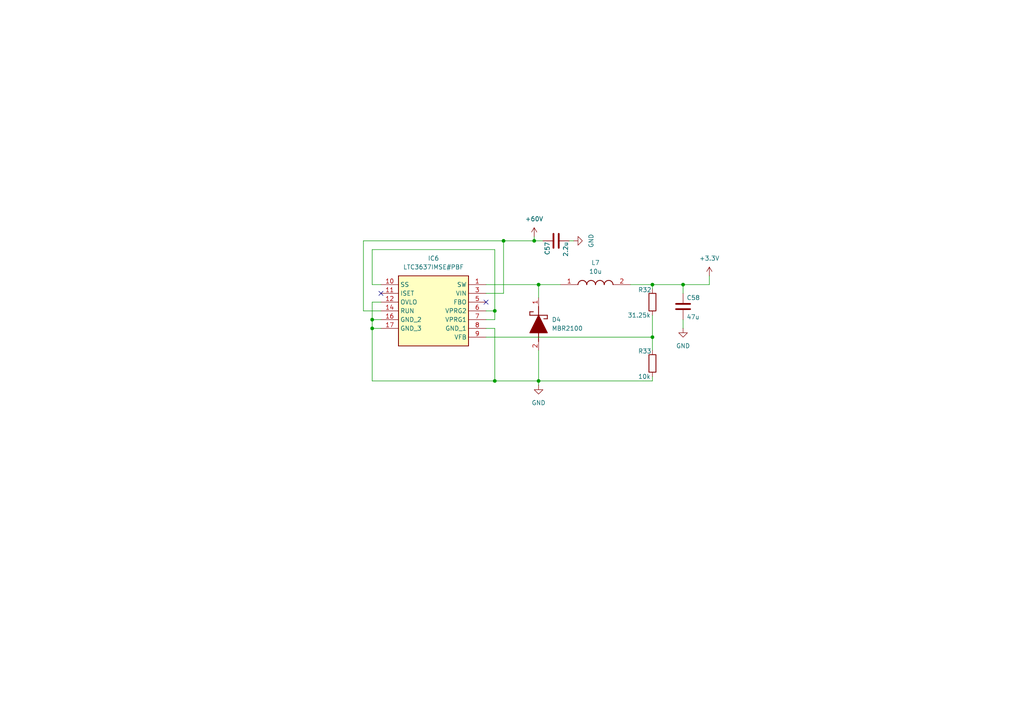
<source format=kicad_sch>
(kicad_sch (version 20231120) (generator "eeschema") (generator_version "8.0")
  (paper "A4")
  (lib_symbols
    (symbol "Device:C" (pin_numbers hide) (pin_names (offset 0.254))
      (property "Reference" "C" (at 0.635 2.54 0))
      (property "Value" "C" (at 0.635 -2.54 0))
      (symbol "C_0_1"
        (polyline (pts (xy -2.032 -0.762) (xy 2.032 -0.762)) (stroke (width 0.508)))
        (polyline (pts (xy -2.032 0.762) (xy 2.032 0.762)) (stroke (width 0.508)))
      )
      (symbol "C_1_1"
        (pin passive line (at 0 3.81 270) (length 2.794) (name "~") (number "1"))
        (pin passive line (at 0 -3.81 90) (length 2.794) (name "~") (number "2"))
      )
    )
    (symbol "Device:R" (pin_numbers hide) (pin_names (offset 0))
      (property "Reference" "R" (at 2.032 0 90))
      (property "Value" "R" (at 0 0 90))
      (symbol "R_0_1"
        (rectangle (start -1.016 -2.54) (end 1.016 2.54) (stroke (width 0.254)))
      )
      (symbol "R_1_1"
        (pin passive line (at 0 3.81 270) (length 1.27) (name "~") (number "1"))
        (pin passive line (at 0 -3.81 90) (length 1.27) (name "~") (number "2"))
      )
    )
    (symbol "LTC3637IMSE#PBF:LTC3637IMSE#PBF"
      (property "Reference" "IC" (at 26.67 7.62 0))
      (property "Value" "LTC3637IMSE#PBF" (at 26.67 5.08 0))
      (symbol "LTC3637IMSE#PBF_1_1"
        (rectangle (start 5.08 2.54) (end 25.4 -17.78) (stroke (width 0.254)) (fill (type background)))
        (pin passive line (at 0 0 0) (length 5.08) (name "SW") (number "1"))
        (pin passive line (at 30.48 0 180) (length 5.08) (name "SS") (number "10"))
        (pin passive line (at 30.48 -2.54 180) (length 5.08) (name "ISET") (number "11"))
        (pin passive line (at 30.48 -5.08 180) (length 5.08) (name "OVLO") (number "12"))
        (pin passive line (at 30.48 -7.62 180) (length 5.08) (name "RUN") (number "14"))
        (pin passive line (at 30.48 -10.16 180) (length 5.08) (name "GND_2") (number "16"))
        (pin passive line (at 30.48 -12.7 180) (length 5.08) (name "GND_3") (number "17"))
        (pin passive line (at 0 -2.54 0) (length 5.08) (name "VIN") (number "3"))
        (pin passive line (at 0 -5.08 0) (length 5.08) (name "FBO") (number "5"))
        (pin passive line (at 0 -7.62 0) (length 5.08) (name "VPRG2") (number "6"))
        (pin passive line (at 0 -10.16 0) (length 5.08) (name "VPRG1") (number "7"))
        (pin passive line (at 0 -12.7 0) (length 5.08) (name "GND_1") (number "8"))
        (pin passive line (at 0 -15.24 0) (length 5.08) (name "VFB") (number "9"))
      )
    )
    (symbol "MBR2100:MBR2100" (pin_names hide)
      (property "Reference" "D" (at 12.7 8.89 0))
      (property "Value" "MBR2100" (at 12.7 6.35 0))
      (symbol "MBR2100_1_1"
        (polyline (pts (xy 5.08 0) (xy 7.62 0)) (stroke (width 0.254)))
        (polyline (pts (xy 6.604 -1.524) (xy 6.604 -2.54)) (stroke (width 0.254)))
        (polyline (pts (xy 7.62 -2.54) (xy 6.604 -2.54)) (stroke (width 0.254)))
        (polyline (pts (xy 7.62 2.54) (xy 7.62 -2.54)) (stroke (width 0.254)))
        (polyline (pts (xy 7.62 2.54) (xy 8.636 2.54)) (stroke (width 0.254)))
        (polyline (pts (xy 8.636 1.524) (xy 8.636 2.54)) (stroke (width 0.254)))
        (polyline (pts (xy 12.7 0) (xy 15.24 0)) (stroke (width 0.254)))
        (polyline (pts (xy 7.62 0) (xy 12.7 2.54) (xy 12.7 -2.54) (xy 7.62 0)) (stroke (width 0.254)) (fill (type outline)))
        (pin passive line (at 2.54 0 0) (length 2.54) (name "K") (number "1"))
        (pin passive line (at 17.78 0 180) (length 2.54) (name "A") (number "2"))
      )
    )
    (symbol "SRP1270-100M:SRP1270-100M" (pin_names hide)
      (property "Reference" "L" (at 16.51 6.35 0))
      (property "Value" "SRP1270-100M" (at 16.51 3.81 0))
      (symbol "SRP1270-100M_1_1"
        (arc (start 7.62 0) (mid 6.35 1.219) (end 5.08 0) (stroke (width 0.254)))
        (arc (start 10.16 0) (mid 8.89 1.219) (end 7.62 0) (stroke (width 0.254)))
        (arc (start 12.7 0) (mid 11.43 1.219) (end 10.16 0) (stroke (width 0.254)))
        (arc (start 15.24 0) (mid 13.97 1.219) (end 12.7 0) (stroke (width 0.254)))
        (pin passive line (at 0 0 0) (length 5.08) (name "1") (number "1"))
        (pin passive line (at 20.32 0 180) (length 5.08) (name "2") (number "2"))
      )
    )
    (symbol "power:+12V" (power) (pin_numbers hide) (pin_names (offset 0) hide)
      (property "Value" "+12V" (at 0 3.556 0))
      (symbol "+12V_0_1"
        (polyline (pts (xy -0.762 1.27) (xy 0 2.54)))
        (polyline (pts (xy 0 0) (xy 0 2.54)))
        (polyline (pts (xy 0 2.54) (xy 0.762 1.27)))
      )
      (symbol "+12V_1_1"
        (pin power_in line (at 0 0 90) (length 0) (name "~") (number "1"))
      )
    )
    (symbol "power:+48V" (power) (pin_numbers hide) (pin_names (offset 0) hide)
      (property "Value" "+48V" (at 0 3.556 0))
      (symbol "+48V_0_1"
        (polyline (pts (xy -0.762 1.27) (xy 0 2.54)))
        (polyline (pts (xy 0 0) (xy 0 2.54)))
        (polyline (pts (xy 0 2.54) (xy 0.762 1.27)))
      )
      (symbol "+48V_1_1"
        (pin power_in line (at 0 0 90) (length 0) (name "~") (number "1"))
      )
    )
    (symbol "power:GND" (power) (pin_numbers hide) (pin_names (offset 0) hide)
      (property "Value" "GND" (at 0 -3.81 0))
      (symbol "GND_0_1"
        (polyline (pts (xy 0 0) (xy 0 -1.27) (xy 1.27 -1.27) (xy 0 -2.54) (xy -1.27 -1.27) (xy 0 -1.27)))
      )
      (symbol "GND_1_1"
        (pin power_in line (at 0 0 270) (length 0) (name "~") (number "1"))
      )
    )
  )
  (junction (at 143.51 90.17))
  (junction (at 156.21 110.49))
  (junction (at 107.95 92.71))
  (junction (at 143.51 110.49))
  (junction (at 198.12 82.55))
  (junction (at 154.94 69.85))
  (junction (at 189.23 97.79))
  (junction (at 107.95 95.25))
  (junction (at 189.23 82.55))
  (junction (at 156.21 82.55))
  (junction (at 146.05 69.85))
  (no_connect (at 110.49 85.09))
  (no_connect (at 140.97 87.63))
  (wire (pts (xy 107.95 95.25) (xy 107.95 92.71)))
  (wire (pts (xy 198.12 82.55) (xy 205.74 82.55)))
  (wire (pts (xy 198.12 92.71) (xy 198.12 95.25)))
  (wire (pts (xy 140.97 82.55) (xy 156.21 82.55)))
  (wire (pts (xy 107.95 82.55) (xy 107.95 72.39)))
  (wire (pts (xy 143.51 90.17) (xy 143.51 92.71)))
  (wire (pts (xy 143.51 110.49) (xy 156.21 110.49)))
  (wire (pts (xy 110.49 95.25) (xy 107.95 95.25)))
  (wire (pts (xy 154.94 68.58) (xy 154.94 69.85)))
  (wire (pts (xy 146.05 85.09) (xy 140.97 85.09)))
  (wire (pts (xy 189.23 109.22) (xy 189.23 110.49)))
  (wire (pts (xy 189.23 82.55) (xy 189.23 83.82)))
  (wire (pts (xy 156.21 82.55) (xy 162.56 82.55)))
  (wire (pts (xy 156.21 110.49) (xy 189.23 110.49)))
  (wire (pts (xy 107.95 92.71) (xy 107.95 87.63)))
  (wire (pts (xy 140.97 97.79) (xy 189.23 97.79)))
  (wire (pts (xy 156.21 82.55) (xy 156.21 86.36)))
  (wire (pts (xy 182.88 82.55) (xy 189.23 82.55)))
  (wire (pts (xy 107.95 72.39) (xy 143.51 72.39)))
  (wire (pts (xy 143.51 92.71) (xy 140.97 92.71)))
  (wire (pts (xy 198.12 82.55) (xy 198.12 85.09)))
  (wire (pts (xy 189.23 82.55) (xy 198.12 82.55)))
  (wire (pts (xy 110.49 82.55) (xy 107.95 82.55)))
  (wire (pts (xy 110.49 92.71) (xy 107.95 92.71)))
  (wire (pts (xy 189.23 97.79) (xy 189.23 101.6)))
  (wire (pts (xy 156.21 110.49) (xy 156.21 111.76)))
  (wire (pts (xy 165.1 69.85) (xy 166.37 69.85)))
  (wire (pts (xy 189.23 91.44) (xy 189.23 97.79)))
  (wire (pts (xy 146.05 69.85) (xy 146.05 85.09)))
  (wire (pts (xy 110.49 90.17) (xy 105.41 90.17)))
  (wire (pts (xy 107.95 87.63) (xy 110.49 87.63)))
  (wire (pts (xy 143.51 110.49) (xy 107.95 110.49)))
  (wire (pts (xy 157.48 69.85) (xy 154.94 69.85)))
  (wire (pts (xy 143.51 72.39) (xy 143.51 90.17)))
  (wire (pts (xy 105.41 69.85) (xy 146.05 69.85)))
  (wire (pts (xy 205.74 80.01) (xy 205.74 82.55)))
  (wire (pts (xy 143.51 90.17) (xy 140.97 90.17)))
  (wire (pts (xy 143.51 95.25) (xy 143.51 110.49)))
  (wire (pts (xy 107.95 110.49) (xy 107.95 95.25)))
  (wire (pts (xy 140.97 95.25) (xy 143.51 95.25)))
  (wire (pts (xy 156.21 101.6) (xy 156.21 110.49)))
  (wire (pts (xy 146.05 69.85) (xy 154.94 69.85)))
  (wire (pts (xy 105.41 90.17) (xy 105.41 69.85)))
  (symbol (lib_id "SRP1270-100M:SRP1270-100M") (at 162.56 82.55 0) (unit 1)
    (property "Reference" "L7" (at 172.72 76.2 0))
    (property "Value" "10u" (at 172.72 78.74 0))
    (property "Footprint" "SRP1270-100M:INDPM137137X700N" (effects (hide yes)))
    (property "Datasheet" "https://www.bourns.com/pdfs/SRP1270.pdf" (effects (hide yes)))
    (property "Description" "Bourns SRP1270 Series Type 1270 Shielded Wire-wound SMD Inductor with a Iron Core, 10 uH +/-20% Wire-Wound 16A Idc" (effects (hide yes)))
    (property "Height" "7" (effects (hide yes)))
    (property "Manufacturer_Name" "Bourns" (effects (hide yes)))
    (property "Manufacturer_Part_Number" "SRP1270-100M" (effects (hide yes)))
    (property "Mouser Part Number" "652-SRP1270-100M" (effects (hide yes)))
    (property "Mouser Price/Stock" "https://www.mouser.co.uk/ProductDetail/Bourns/SRP1270-100M?qs=s%252BX%2FYkvGCpE5rFNaoMUDIw%3D%3D" (effects (hide yes)))
    (property "Arrow Part Number" "SRP1270-100M" (effects (hide yes)))
    (property "Arrow Price/Stock" "https://www.arrow.com/en/products/srp1270-100m/bourns?region=nac" (effects (hide yes)))
  )
  (symbol (lib_id "power:GND") (at 198.12 95.25 0) (unit 1)
    (property "Reference" "#PWR097" (effects (hide yes)))
    (property "Value" "GND" (at 198.12 100.33 0))
    (property "Description" "Power symbol creates a global label with name \"GND\" , ground" (effects (hide yes)))
  )
  (symbol (lib_id "power:+12V") (at 205.74 80.01 0) (unit 1)
    (property "Reference" "#PWR098" (effects (hide yes)))
    (property "Value" "+3.3V" (at 205.74 74.93 0))
    (property "Description" "Power symbol creates a global label with name \"+12V\"" (effects (hide yes)))
  )
  (symbol (lib_id "Device:C") (at 198.12 88.9 0) (unit 1)
    (property "Reference" "C58" (at 199.136 86.36 0) (effects (justify left)))
    (property "Value" "47u" (at 199.136 91.948 0) (effects (justify left)))
    (property "Footprint" "Capacitor_SMD:C_0805_2012Metric" (effects (hide yes)))
    (property "Description" "Unpolarized capacitor" (effects (hide yes)))
  )
  (symbol (lib_id "Device:C") (at 161.29 69.85 90) (mirror x) (unit 1)
    (property "Reference" "C57" (at 158.75 70.104 0) (effects (justify left)))
    (property "Value" "2.2u" (at 164.084 70.104 0) (effects (justify left)))
    (property "Footprint" "Capacitor_SMD:C_0603_1608Metric" (effects (hide yes)))
    (property "Description" "Unpolarized capacitor" (effects (hide yes)))
  )
  (symbol (lib_id "MBR2100:MBR2100") (at 156.21 83.82 270) (unit 1)
    (property "Reference" "D4" (at 160.02 92.7099 90) (effects (justify left)))
    (property "Value" "MBR2100" (at 160.02 95.2499 90) (effects (justify left)))
    (property "Footprint" "MBR2100:DIOAD1910W86L670D310" (effects (hide yes)))
    (property "Datasheet" "https://www.panjit.com.tw/en/Product/downloadPDF/MBR2100" (effects (hide yes)))
    (property "Description" "Power Schottky (IF1A) - MBR2100 , Standard, 100V, 2A, DO-15" (effects (hide yes)))
    (property "Manufacturer_Name" "PANJIT" (effects (hide yes)))
    (property "Manufacturer_Part_Number" "MBR2100" (effects (hide yes)))
  )
  (symbol (lib_id "Device:R") (at 189.23 87.63 0) (mirror y) (unit 1)
    (property "Reference" "R32" (at 188.976 84.074 0) (effects (justify left)))
    (property "Value" "31.25k" (at 188.722 91.44 0) (effects (justify left)))
    (property "Footprint" "Resistor_SMD:R_0402_1005Metric" (effects (hide yes)))
    (property "Description" "Resistor" (effects (hide yes)))
  )
  (symbol (lib_id "power:GND") (at 156.21 111.76 0) (mirror y) (unit 1)
    (property "Reference" "#PWR095" (effects (hide yes)))
    (property "Value" "GND" (at 156.21 116.84 0))
    (property "Description" "Power symbol creates a global label with name \"GND\" , ground" (effects (hide yes)))
  )
  (symbol (lib_id "power:GND") (at 166.37 69.85 90) (mirror x) (unit 1)
    (property "Reference" "#PWR096" (effects (hide yes)))
    (property "Value" "GND" (at 171.45 69.85 0))
    (property "Description" "Power symbol creates a global label with name \"GND\" , ground" (effects (hide yes)))
  )
  (symbol (lib_id "power:+48V") (at 154.94 68.58 0) (unit 1)
    (property "Reference" "#PWR094" (effects (hide yes)))
    (property "Value" "+60V" (at 154.94 63.5 0))
    (property "Description" "Power symbol creates a global label with name \"+48V\"" (effects (hide yes)))
  )
  (symbol (lib_id "Device:R") (at 189.23 105.41 0) (mirror y) (unit 1)
    (property "Reference" "R33" (at 188.976 101.854 0) (effects (justify left)))
    (property "Value" "10k" (at 188.722 109.22 0) (effects (justify left)))
    (property "Footprint" "Resistor_SMD:R_0402_1005Metric" (effects (hide yes)))
    (property "Description" "Resistor" (effects (hide yes)))
  )
  (symbol (lib_id "LTC3637IMSE#PBF:LTC3637IMSE#PBF") (at 140.97 82.55 0) (mirror y) (unit 1)
    (property "Reference" "IC6" (at 125.73 74.93 0))
    (property "Value" "LTC3637IMSE#PBF" (at 125.73 77.47 0))
    (property "Footprint" "LTC3637IMSE#PBF:LTC3637IMSEPBF" (effects (hide yes)))
    (property "Datasheet" "https://www.analog.com/LTC3637/datasheet" (effects (hide yes)))
    (property "Description" "Buck Switching Regulator IC Positive Adjustable 0.8V 1 Output 1A 16-TFSOP (0.118\", 3.00mm Width), 12 Leads, Exposed Pad" (effects (hide yes)))
    (property "Height" "1.1" (effects (hide yes)))
    (property "Manufacturer_Name" "Analog Devices" (effects (hide yes)))
    (property "Manufacturer_Part_Number" "LTC3637IMSE#PBF" (effects (hide yes)))
    (property "Mouser Part Number" "584-LTC3637IMSE#PBF" (effects (hide yes)))
    (property "Mouser Price/Stock" "https://www.mouser.co.uk/ProductDetail/Analog-Devices/LTC3637IMSEPBF?qs=hVkxg5c3xu8boP1mRjX3eQ%3D%3D" (effects (hide yes)))
    (property "Arrow Part Number" "LTC3637IMSE#PBF" (effects (hide yes)))
    (property "Arrow Price/Stock" "https://www.arrow.com/en/products/ltc3637imsepbf/analog-devices" (effects (hide yes)))
  )
)
</source>
